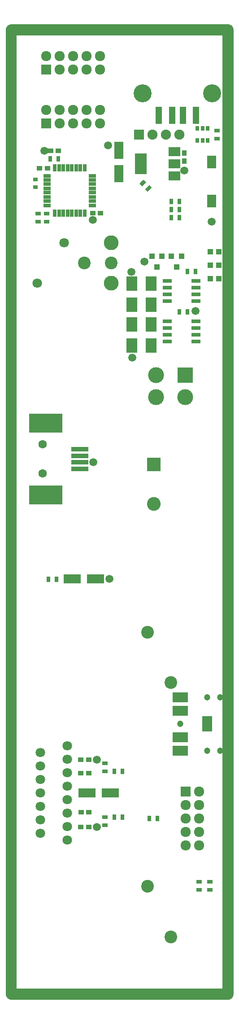
<source format=gbr>
G04 #@! TF.GenerationSoftware,KiCad,Pcbnew,(5.0.0-rc2-dev-311-g1dd4af297)*
G04 #@! TF.CreationDate,2018-05-23T12:25:25+02:00*
G04 #@! TF.ProjectId,resetUSB,72657365745553422E6B696361645F70,1.0*
G04 #@! TF.SameCoordinates,PX6ad8e7cPY2bcdfd4*
G04 #@! TF.FileFunction,Soldermask,Top*
G04 #@! TF.FilePolarity,Negative*
%FSLAX46Y46*%
G04 Gerber Fmt 4.6, Leading zero omitted, Abs format (unit mm)*
G04 Created by KiCad (PCBNEW (5.0.0-rc2-dev-311-g1dd4af297)) date 05/23/18 12:25:25*
%MOMM*%
%LPD*%
G01*
G04 APERTURE LIST*
%ADD10C,2.000000*%
%ADD11C,0.150000*%
%ADD12R,0.700000X1.100000*%
%ADD13R,1.927200X1.927200*%
%ADD14O,1.927200X1.927200*%
%ADD15C,2.400000*%
%ADD16R,1.000000X0.950000*%
%ADD17R,3.200000X1.800000*%
%ADD18R,2.000000X2.700000*%
%ADD19R,1.750000X0.800000*%
%ADD20R,1.000000X1.100000*%
%ADD21R,3.000000X3.000000*%
%ADD22C,3.000000*%
%ADD23C,1.800000*%
%ADD24C,2.800000*%
%ADD25R,1.400000X0.800000*%
%ADD26R,0.800000X1.400000*%
%ADD27C,1.200000*%
%ADD28R,2.900000X1.900000*%
%ADD29R,1.900000X2.900000*%
%ADD30C,3.400000*%
%ADD31R,1.200000X3.200000*%
%ADD32R,2.600000X2.600000*%
%ADD33C,2.600000*%
%ADD34R,0.950000X1.000000*%
%ADD35R,1.800000X3.200000*%
%ADD36R,2.200000X1.700000*%
%ADD37R,2.200000X4.000000*%
%ADD38R,1.800000X2.380000*%
%ADD39C,0.700000*%
%ADD40C,0.100000*%
%ADD41R,1.100000X0.700000*%
%ADD42R,0.900000X0.800000*%
%ADD43R,1.000000X1.000000*%
%ADD44R,3.200000X0.900000*%
%ADD45R,6.240000X3.600000*%
%ADD46C,1.600000*%
%ADD47O,1.900000X1.900000*%
%ADD48R,1.900000X1.900000*%
%ADD49R,0.710000X0.900000*%
%ADD50C,1.500000*%
G04 APERTURE END LIST*
D10*
X-1000000Y-181000000D02*
X-1000000Y1000000D01*
X40000000Y-181000000D02*
X-1000000Y-181000000D01*
X40000000Y1000000D02*
X40000000Y-181000000D01*
X-1000000Y1000000D02*
X40000000Y1000000D01*
D11*
X0Y-180000000D02*
X39000000Y-180000000D01*
X39000000Y-180000000D02*
X39000000Y0D01*
X0Y0D02*
X0Y-180000000D01*
X39000000Y0D02*
X0Y0D01*
D12*
X20054000Y-147574000D03*
X18554000Y-147574000D03*
D13*
X32004000Y-142748000D03*
D14*
X34544000Y-142748000D03*
X32004000Y-145288000D03*
X34544000Y-145288000D03*
X32004000Y-147828000D03*
X34544000Y-147828000D03*
X32004000Y-150368000D03*
X34544000Y-150368000D03*
X32004000Y-152908000D03*
X34544000Y-152908000D03*
D15*
X29210000Y-122180000D03*
X24770000Y-112650000D03*
D16*
X12204000Y-139258000D03*
X13704000Y-139258000D03*
X13716000Y-146624000D03*
X12216000Y-146624000D03*
D17*
X13334000Y-142964000D03*
X17734000Y-142964000D03*
D18*
X21775500Y-46863700D03*
X21775500Y-50863700D03*
X21775500Y-58610700D03*
X21775500Y-54610700D03*
X25458500Y-58610700D03*
X25458500Y-54610700D03*
D19*
X33886200Y-57787100D03*
X33886200Y-56517100D03*
X33886200Y-55247100D03*
X33886200Y-53977100D03*
X28486200Y-53977100D03*
X28486200Y-55247100D03*
X28486200Y-56517100D03*
X28486200Y-57787100D03*
D20*
X26566000Y-43769500D03*
X25616000Y-41769500D03*
X27516000Y-41769500D03*
D18*
X25458500Y-46863700D03*
X25458500Y-50863700D03*
D20*
X30249000Y-43769500D03*
X29299000Y-41769500D03*
X31199000Y-41769500D03*
D12*
X30772800Y-31419800D03*
X29272800Y-31419800D03*
D19*
X33886200Y-50167100D03*
X33886200Y-48897100D03*
X33886200Y-47627100D03*
X33886200Y-46357100D03*
X28486200Y-46357100D03*
X28486200Y-47627100D03*
X28486200Y-48897100D03*
X28486200Y-50167100D03*
D21*
X31864000Y-64161000D03*
D22*
X31864000Y-68361000D03*
X26364000Y-64161000D03*
X26364000Y-68361000D03*
D23*
X3920000Y-46810000D03*
X9000000Y-39190000D03*
D15*
X12810000Y-43000000D03*
X17890000Y-43000000D03*
D24*
X17890000Y-46810000D03*
X17890000Y-39190000D03*
D25*
X5842772Y-26541143D03*
X5842772Y-27341143D03*
X5842772Y-28141143D03*
X5842772Y-28941143D03*
X5842772Y-29741143D03*
X5842772Y-30541143D03*
X5842772Y-31341143D03*
X5842772Y-32141143D03*
D26*
X7292772Y-33591143D03*
X8092772Y-33591143D03*
X8892772Y-33591143D03*
X9692772Y-33591143D03*
X10492772Y-33591143D03*
X11292772Y-33591143D03*
X12092772Y-33591143D03*
X12892772Y-33591143D03*
D25*
X14342772Y-32141143D03*
X14342772Y-31341143D03*
X14342772Y-30541143D03*
X14342772Y-29741143D03*
X14342772Y-28941143D03*
X14342772Y-28141143D03*
X14342772Y-27341143D03*
X14342772Y-26541143D03*
D26*
X12892772Y-25091143D03*
X12092772Y-25091143D03*
X11292772Y-25091143D03*
X10492772Y-25091143D03*
X9692772Y-25091143D03*
X8892772Y-25091143D03*
X8092772Y-25091143D03*
X7292772Y-25091143D03*
D12*
X18554000Y-138938000D03*
X20054000Y-138938000D03*
X7937876Y-23392702D03*
X6437876Y-23392702D03*
D16*
X4403631Y-25120423D03*
X5903631Y-25120423D03*
X7949876Y-21868702D03*
X6449876Y-21868702D03*
D27*
X38500000Y-135000000D03*
X38500000Y-125000000D03*
X36000000Y-135000000D03*
X36000000Y-125000000D03*
X31000000Y-130000000D03*
D28*
X31000000Y-135000000D03*
X31000000Y-125000000D03*
X31000000Y-132500000D03*
X31000000Y-127500000D03*
D29*
X36000000Y-130000000D03*
D30*
X37000000Y-10973000D03*
X23860000Y-10973000D03*
D31*
X29430000Y-15183000D03*
X26930000Y-15183000D03*
X31430000Y-15183000D03*
X33930000Y-15183000D03*
D16*
X13704000Y-136718000D03*
X12204000Y-136718000D03*
D32*
X26000000Y-81000000D03*
D33*
X26000000Y-88500000D03*
D15*
X24770000Y-160650000D03*
X29210000Y-170180000D03*
D34*
X31748859Y-22257541D03*
X31748859Y-23757541D03*
D35*
X19380800Y-21742600D03*
X19380800Y-26142600D03*
D36*
X29818859Y-26577541D03*
X29818859Y-21977541D03*
X29818859Y-24277541D03*
D37*
X23518859Y-24277541D03*
D38*
X36856000Y-23951000D03*
X36856000Y-31351000D03*
D16*
X15922627Y-33580956D03*
X14422627Y-33580956D03*
D39*
X23879670Y-27882670D03*
D40*
G36*
X24516066Y-27741249D02*
X23738249Y-28519066D01*
X23243274Y-28024091D01*
X24021091Y-27246274D01*
X24516066Y-27741249D01*
X24516066Y-27741249D01*
G37*
D39*
X24940330Y-28943330D03*
D40*
G36*
X25576726Y-28801909D02*
X24798909Y-29579726D01*
X24303934Y-29084751D01*
X25081751Y-28306934D01*
X25576726Y-28801909D01*
X25576726Y-28801909D01*
G37*
D41*
X16764000Y-137426000D03*
X16764000Y-138926000D03*
D42*
X3596000Y-28691000D03*
X3596000Y-27291000D03*
D43*
X38246500Y-45966000D03*
X36646500Y-45966000D03*
X38246500Y-43426000D03*
X36646500Y-43426000D03*
X38246500Y-40886000D03*
X36646500Y-40886000D03*
D44*
X12000000Y-81875000D03*
X12000000Y-78125000D03*
X12000000Y-80625000D03*
X12000000Y-79375000D03*
D45*
X5580000Y-86800000D03*
X5580000Y-73200000D03*
D46*
X5000000Y-82750000D03*
X5000000Y-77250000D03*
D41*
X37872000Y-19511000D03*
X37872000Y-18011000D03*
D13*
X5614000Y-6529000D03*
D14*
X5614000Y-3989000D03*
X8154000Y-6529000D03*
X8154000Y-3989000D03*
X10694000Y-6529000D03*
X10694000Y-3989000D03*
X13234000Y-6529000D03*
X13234000Y-3989000D03*
X15774000Y-6529000D03*
X15774000Y-3989000D03*
X15774000Y-14149000D03*
X15774000Y-16689000D03*
X13234000Y-14149000D03*
X13234000Y-16689000D03*
X10694000Y-14149000D03*
X10694000Y-16689000D03*
X8154000Y-14149000D03*
X8154000Y-16689000D03*
X5614000Y-14149000D03*
D13*
X5614000Y-16689000D03*
D47*
X30760000Y-18761000D03*
X28220000Y-18761000D03*
X25680000Y-18761000D03*
D48*
X23140000Y-18761000D03*
D49*
X34216900Y-17564300D03*
X35166900Y-17564300D03*
X36116900Y-17564300D03*
X36116900Y-19884300D03*
X35166900Y-19884300D03*
X34216900Y-19884300D03*
D17*
X14940000Y-102606000D03*
X10540000Y-102606000D03*
D12*
X30772800Y-32943800D03*
X29272800Y-32943800D03*
D23*
X4550000Y-143000000D03*
X4550000Y-145540000D03*
X4550000Y-148080000D03*
X4550000Y-150620000D03*
X4550000Y-140460000D03*
X4550000Y-137920000D03*
X4550000Y-135380000D03*
X9630000Y-151890000D03*
X9630000Y-149350000D03*
X9630000Y-146810000D03*
X9630000Y-144270000D03*
X9630000Y-141730000D03*
X9630000Y-139190000D03*
X9630000Y-136650000D03*
X9630000Y-134110000D03*
D16*
X13704000Y-149418000D03*
X12204000Y-149418000D03*
D12*
X30762000Y-34468000D03*
X29262000Y-34468000D03*
X26658000Y-147828000D03*
X25158000Y-147828000D03*
X6108000Y-102692200D03*
X7608000Y-102692200D03*
D41*
X36576000Y-159778000D03*
X36576000Y-161278000D03*
X34544000Y-159778000D03*
X34544000Y-161278000D03*
X16764000Y-147586000D03*
X16764000Y-149086000D03*
D12*
X32320800Y-44627800D03*
X33820800Y-44627800D03*
X32296800Y-52197000D03*
X30796800Y-52197000D03*
D41*
X4114800Y-33717800D03*
X4114800Y-35217800D03*
X5765800Y-33717800D03*
X5765800Y-35217800D03*
D50*
X14518000Y-80618000D03*
X36870000Y-35230000D03*
X5293802Y-21854010D03*
X17348800Y-20853600D03*
X31748859Y-25547541D03*
X14454207Y-34838191D03*
X33840500Y-52046700D03*
X15240000Y-136718000D03*
X15240000Y-149418000D03*
X21704000Y-44730000D03*
X21884000Y-60884000D03*
X24170000Y-42723000D03*
X17566000Y-102606000D03*
M02*

</source>
